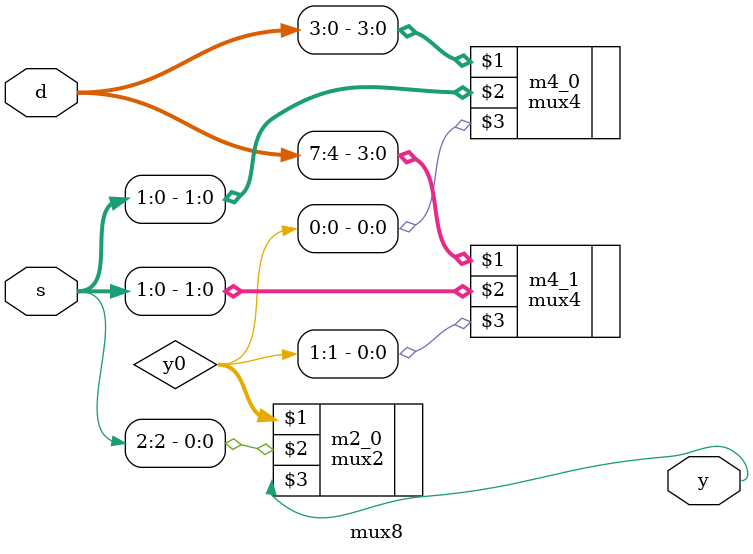
<source format=sv>
module mux8(input logic [7:0]d, input logic [2:0]s, output logic y); 

	logic [1:0]y0;
	
	mux4 m4_0(d[3:0], s[1:0], y0[0]);
	mux4 m4_1(d[7:4], s[1:0], y0[1]);
	
	mux2 m2_0(y0[1:0], s[2], y);

endmodule


</source>
